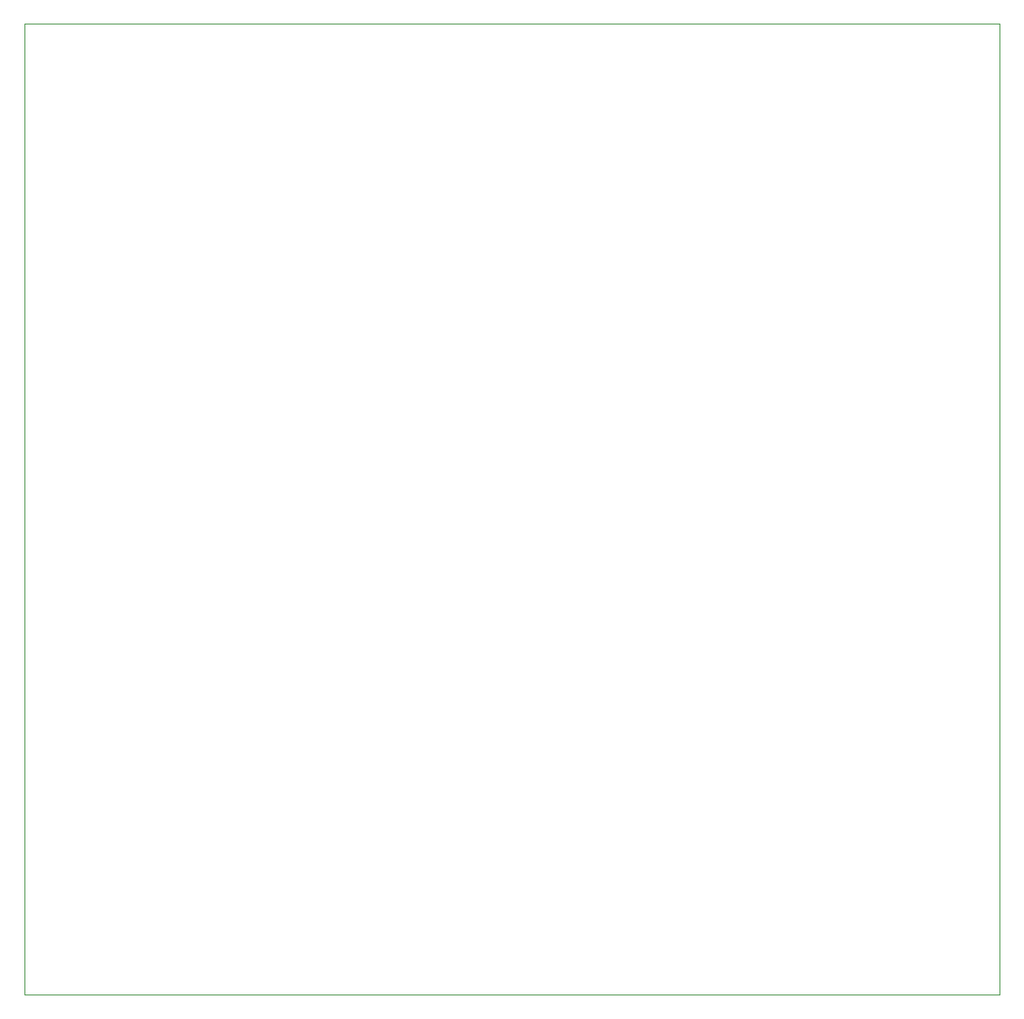
<source format=gbr>
G04 #@! TF.GenerationSoftware,KiCad,Pcbnew,8.0.4*
G04 #@! TF.CreationDate,2024-10-22T20:24:45-05:00*
G04 #@! TF.ProjectId,PCB_split,5043425f-7370-46c6-9974-2e6b69636164,rev?*
G04 #@! TF.SameCoordinates,Original*
G04 #@! TF.FileFunction,Profile,NP*
%FSLAX46Y46*%
G04 Gerber Fmt 4.6, Leading zero omitted, Abs format (unit mm)*
G04 Created by KiCad (PCBNEW 8.0.4) date 2024-10-22 20:24:45*
%MOMM*%
%LPD*%
G01*
G04 APERTURE LIST*
G04 #@! TA.AperFunction,Profile*
%ADD10C,0.050000*%
G04 #@! TD*
G04 APERTURE END LIST*
D10*
X88646000Y-33274000D02*
X186436000Y-33274000D01*
X186436000Y-130683000D01*
X88646000Y-130683000D01*
X88646000Y-33274000D01*
M02*

</source>
